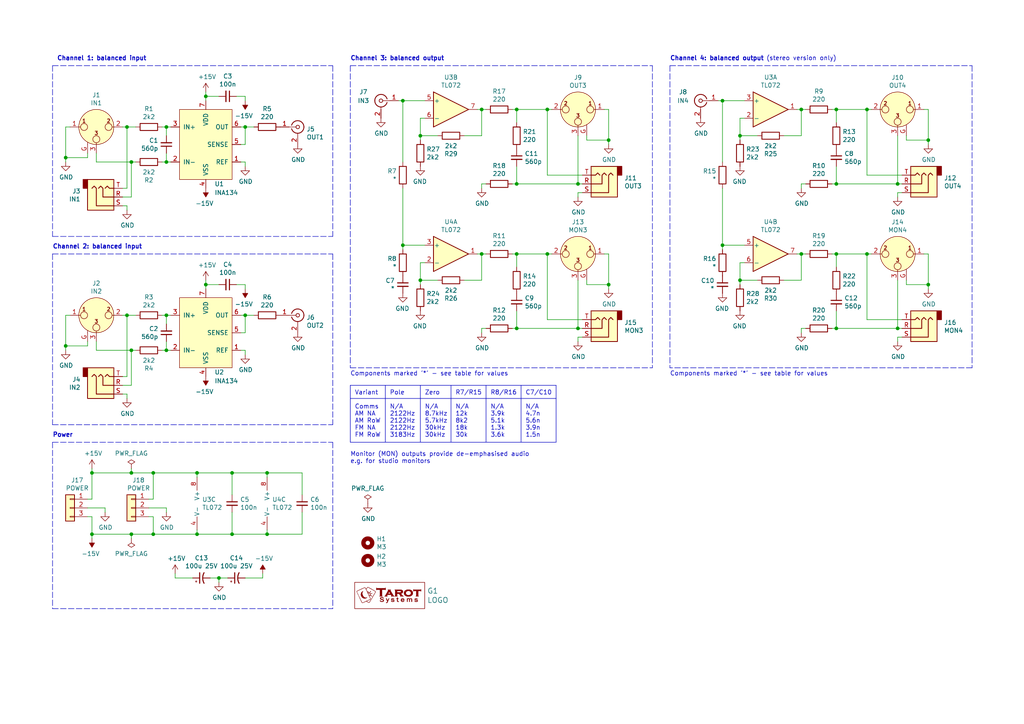
<source format=kicad_sch>
(kicad_sch (version 20211123) (generator eeschema)
  (paper "A4")
  (title_block (title "D4 Damager Balanced IO Card") (date "2021-01-08") (rev "1") (company "Copyright © 2021 Tarot Systems"))
  (lib_symbols
    (symbol "Amplifier_Operational:TL072" (pin_names (offset 0.127))
      (property "Reference" "U" (at 0 5.08 0))
      (property "Value" "TL072" (at 0 -5.08 0))
      (symbol "TL072_1_1"
        (pin output line (at 7.62 0 180) (length 2.54) (name "~") (number "1"))
        (pin input line (at -7.62 -2.54 0) (length 2.54) (name "-") (number "2"))
        (pin input line (at -7.62 2.54 0) (length 2.54) (name "+") (number "3"))
      )
      (symbol "TL072_2_1"
        (pin input line (at -7.62 2.54 0) (length 2.54) (name "+") (number "5"))
        (pin input line (at -7.62 -2.54 0) (length 2.54) (name "-") (number "6"))
        (pin output line (at 7.62 0 180) (length 2.54) (name "~") (number "7"))
      )
      (symbol "TL072_3_1"
        (pin power_in line (at -2.54 -7.62 90) (length 3.81) (name "V-") (number "4"))
        (pin power_in line (at -2.54 7.62 270) (length 3.81) (name "V+") (number "8"))
      )
    )
    (symbol "Connector:AudioJack3"
      (property "Reference" "J" (at 0 8.89 0))
      (property "Value" "AudioJack3" (at 0 6.35 0))
      (symbol "AudioJack3_1_1"
        (pin passive line (at 5.08 0 180) (length 2.54) (name "~") (number "R"))
        (pin passive line (at 5.08 2.54 180) (length 2.54) (name "~") (number "S"))
        (pin passive line (at 5.08 -2.54 180) (length 2.54) (name "~") (number "T"))
      )
    )
    (symbol "Connector:Conn_Coaxial" (pin_names (offset 1.016) hide)
      (property "Reference" "J" (at 0.254 3.048 0))
      (property "Value" "Conn_Coaxial" (at 2.921 0 90))
      (symbol "Conn_Coaxial_1_1"
        (pin passive line (at -5.08 0 0) (length 2.54) (name "In") (number "1"))
        (pin passive line (at 0 -5.08 90) (length 2.54) (name "Ext") (number "2"))
      )
    )
    (symbol "Connector:XLR3_Ground" (pin_names hide)
      (property "Reference" "J" (at 0 8.89 0))
      (property "Value" "XLR3_Ground" (at 0 6.35 0))
      (symbol "XLR3_Ground_0_1"
        (text "1" (at -3.556 1.778 0) (effects (font (size 1.016 1.016) bold)))
        (text "2" (at 3.556 1.778 0) (effects (font (size 1.016 1.016) bold)))
        (text "3" (at 0 -1.778 0) (effects (font (size 1.016 1.016) bold)))
        (pin passive line (at -7.62 0 0) (length 2.54) (name "~") (number "1"))
        (pin passive line (at 7.62 0 180) (length 2.54) (name "~") (number "2"))
        (pin passive line (at 0 -7.62 90) (length 2.54) (name "~") (number "3"))
      )
      (symbol "XLR3_Ground_1_1"
        (pin passive line (at -2.54 -7.62 90) (length 2.54) (name "~") (number "G"))
      )
    )
    (symbol "Connector_Generic:Conn_01x03" (pin_names (offset 1.016) hide)
      (property "Reference" "J" (at 0 5.08 0))
      (property "Value" "Conn_01x03" (at 0 -5.08 0))
      (symbol "Conn_01x03_1_1"
        (pin passive line (at -5.08 2.54 0) (length 3.81) (name "Pin_1") (number "1"))
        (pin passive line (at -5.08 0 0) (length 3.81) (name "Pin_2") (number "2"))
        (pin passive line (at -5.08 -2.54 0) (length 3.81) (name "Pin_3") (number "3"))
      )
    )
    (symbol "Device:C_Small" (pin_numbers hide) (pin_names (offset 0.254) hide)
      (property "Reference" "C" (at 0.254 1.778 0))
      (property "Value" "C_Small" (at 0.254 -2.032 0))
      (symbol "C_Small_1_1"
        (pin passive line (at 0 2.54 270) (length 2.032) (name "~") (number "1"))
        (pin passive line (at 0 -2.54 90) (length 2.032) (name "~") (number "2"))
      )
    )
    (symbol "Device:R" (pin_numbers hide) (pin_names (offset 0))
      (property "Reference" "R" (at 2.032 0 90))
      (property "Value" "R" (at 0 0 90))
      (symbol "R_1_1"
        (pin passive line (at 0 3.81 270) (length 1.27) (name "~") (number "1"))
        (pin passive line (at 0 -3.81 90) (length 1.27) (name "~") (number "2"))
      )
    )
    (symbol "Mechanical:MountingHole" (pin_names (offset 1.016))
      (property "Reference" "H" (at 0 5.08 0))
      (property "Value" "MountingHole" (at 0 3.175 0))
    )
    (symbol "balio-rescue:CP1_Small-Device" (pin_numbers hide) (pin_names (offset 0.254) hide)
      (property "Reference" "C" (at 0.254 1.778 0))
      (property "Value" "CP1_Small-Device" (at 0.254 -2.032 0))
      (symbol "CP1_Small-Device_1_1"
        (pin passive line (at 0 2.54 270) (length 2.032) (name "~") (number "1"))
        (pin passive line (at 0 -2.54 90) (length 2.032) (name "~") (number "2"))
      )
    )
    (symbol "balio:INA134" (pin_names (offset 1.016))
      (property "Reference" "U" (at -7.62 11.43 0))
      (property "Value" "INA134" (at 7.62 -11.43 0))
      (symbol "INA134_1_1"
        (pin input line (at 10.16 -5.08 180) (length 2.54) (name "REF") (number "1"))
        (pin input line (at -10.16 -5.08 0) (length 2.54) (name "IN-") (number "2"))
        (pin input line (at -10.16 5.08 0) (length 2.54) (name "IN+") (number "3"))
        (pin power_in line (at 0 -12.7 90) (length 2.54) (name "VSS") (number "4"))
        (pin input line (at 10.16 0 180) (length 2.54) (name "SENSE") (number "5"))
        (pin output line (at 10.16 5.08 180) (length 2.54) (name "OUT") (number "6"))
        (pin power_in line (at 0 12.7 270) (length 2.54) (name "VDD") (number "7"))
      )
    )
    (symbol "power:+15V" (power) (pin_names (offset 0))
      (property "Value" "+15V" (at 0 3.556 0))
      (symbol "+15V_1_1"
        (pin power_in line (at 0 0 90) (length 0) hide (name "+15V") (number "1"))
      )
    )
    (symbol "power:-15V" (power) (pin_names (offset 0))
      (property "Value" "-15V" (at 0 3.81 0))
      (symbol "-15V_0_0"
        (pin power_in line (at 0 0 90) (length 0) hide (name "-15V") (number "1"))
      )
    )
    (symbol "power:GND" (power) (pin_names (offset 0))
      (property "Value" "GND" (at 0 -3.81 0))
      (symbol "GND_1_1"
        (pin power_in line (at 0 0 270) (length 0) hide (name "GND") (number "1"))
      )
    )
    (symbol "power:PWR_FLAG" (power) (pin_numbers hide) (pin_names (offset 0) hide)
      (property "Value" "PWR_FLAG" (at 0 3.81 0))
      (symbol "PWR_FLAG_0_0"
        (pin power_out line (at 0 0 90) (length 0) (name "pwr") (number "1"))
      )
    )
    (symbol "tarot:LOGO" (pin_names (offset 1.016))
      (property "Reference" "G" (at -10.16 -5.08 0))
      (property "Value" "LOGO" (at -10.16 -7.62 0))
    )
  )
  (junction (at 269.24 40.64))
  (junction (at 67.31 154.94))
  (junction (at 71.12 36.83))
  (junction (at 59.69 82.55))
  (junction (at 176.53 82.55))
  (junction (at 251.46 31.75))
  (junction (at 44.45 137.16))
  (junction (at 48.26 101.6))
  (junction (at 176.53 40.64))
  (junction (at 260.35 53.34))
  (junction (at 116.84 71.12))
  (junction (at 139.7 31.75))
  (junction (at 63.5 167.64))
  (junction (at 158.75 73.66))
  (junction (at 209.55 29.21))
  (junction (at 71.12 91.44))
  (junction (at 77.47 137.16))
  (junction (at 149.86 53.34))
  (junction (at 44.45 154.94))
  (junction (at 214.63 39.37))
  (junction (at 59.69 27.94))
  (junction (at 38.1 154.94))
  (junction (at 232.41 73.66))
  (junction (at 121.92 81.28))
  (junction (at 139.7 73.66))
  (junction (at 242.57 31.75))
  (junction (at 232.41 31.75))
  (junction (at 48.26 91.44))
  (junction (at 209.55 71.12))
  (junction (at 149.86 95.25))
  (junction (at 26.67 154.94))
  (junction (at 167.64 95.25))
  (junction (at 121.92 39.37))
  (junction (at 19.05 100.33))
  (junction (at 269.24 82.55))
  (junction (at 36.83 36.83))
  (junction (at 36.83 91.44))
  (junction (at 77.47 154.94))
  (junction (at 57.15 154.94))
  (junction (at 167.64 53.34))
  (junction (at 48.26 46.99))
  (junction (at 260.35 95.25))
  (junction (at 38.1 46.99))
  (junction (at 242.57 53.34))
  (junction (at 57.15 137.16))
  (junction (at 214.63 81.28))
  (junction (at 48.26 36.83))
  (junction (at 26.67 137.16))
  (junction (at 251.46 73.66))
  (junction (at 38.1 137.16))
  (junction (at 242.57 73.66))
  (junction (at 149.86 31.75))
  (junction (at 149.86 73.66))
  (junction (at 38.1 101.6))
  (junction (at 116.84 29.21))
  (junction (at 67.31 137.16))
  (junction (at 158.75 31.75))
  (junction (at 19.05 45.72))
  (junction (at 242.57 95.25))
  (wire (pts (xy 214.63 81.28) (xy 219.71 81.28)))
  (wire (pts (xy 168.91 97.79) (xy 167.64 97.79)))
  (wire (pts (xy 57.15 153.67) (xy 57.15 154.94)))
  (wire (pts (xy 25.4 100.33) (xy 19.05 100.33)))
  (wire (pts (xy 269.24 82.55) (xy 269.24 83.82)))
  (wire (pts (xy 57.15 137.16) (xy 67.31 137.16)))
  (wire (pts (xy 50.8 167.64) (xy 55.88 167.64)))
  (wire (pts (xy 27.94 46.99) (xy 38.1 46.99)))
  (wire (pts (xy 44.45 154.94) (xy 38.1 154.94)))
  (polyline (pts (xy 101.6 19.05) (xy 101.6 106.68)))
  (wire (pts (xy 241.3 53.34) (xy 242.57 53.34)))
  (wire (pts (xy 232.41 73.66) (xy 231.14 73.66)))
  (wire (pts (xy 232.41 39.37) (xy 232.41 31.75)))
  (wire (pts (xy 214.63 34.29) (xy 214.63 39.37)))
  (wire (pts (xy 116.84 71.12) (xy 116.84 72.39)))
  (wire (pts (xy 123.19 34.29) (xy 121.92 34.29)))
  (wire (pts (xy 242.57 53.34) (xy 260.35 53.34)))
  (wire (pts (xy 134.62 39.37) (xy 139.7 39.37)))
  (wire (pts (xy 26.67 135.89) (xy 26.67 137.16)))
  (wire (pts (xy 233.68 95.25) (xy 232.41 95.25)))
  (wire (pts (xy 30.48 147.32) (xy 25.4 147.32)))
  (wire (pts (xy 69.85 46.99) (xy 71.12 46.99)))
  (wire (pts (xy 251.46 31.75) (xy 252.73 31.75)))
  (wire (pts (xy 38.1 57.15) (xy 35.56 57.15)))
  (wire (pts (xy 167.64 81.28) (xy 167.64 95.25)))
  (wire (pts (xy 139.7 95.25) (xy 139.7 96.52)))
  (wire (pts (xy 69.85 101.6) (xy 71.12 101.6)))
  (wire (pts (xy 63.5 167.64) (xy 66.04 167.64)))
  (wire (pts (xy 44.45 149.86) (xy 44.45 154.94)))
  (wire (pts (xy 43.18 144.78) (xy 44.45 144.78)))
  (polyline (pts (xy 281.94 106.68) (xy 194.31 106.68)))
  (wire (pts (xy 139.7 73.66) (xy 138.43 73.66)))
  (wire (pts (xy 158.75 31.75) (xy 158.75 50.8)))
  (wire (pts (xy 46.99 101.6) (xy 48.26 101.6)))
  (wire (pts (xy 59.69 27.94) (xy 59.69 29.21)))
  (wire (pts (xy 167.64 53.34) (xy 168.91 53.34)))
  (wire (pts (xy 214.63 81.28) (xy 214.63 82.55)))
  (wire (pts (xy 232.41 31.75) (xy 231.14 31.75)))
  (wire (pts (xy 48.26 44.45) (xy 48.26 46.99)))
  (wire (pts (xy 233.68 53.34) (xy 232.41 53.34)))
  (polyline (pts (xy 96.52 19.05) (xy 96.52 68.58)))
  (wire (pts (xy 121.92 76.2) (xy 121.92 81.28)))
  (wire (pts (xy 36.83 91.44) (xy 36.83 109.22)))
  (wire (pts (xy 69.85 96.52) (xy 71.12 96.52)))
  (wire (pts (xy 140.97 73.66) (xy 139.7 73.66)))
  (wire (pts (xy 35.56 111.76) (xy 38.1 111.76)))
  (wire (pts (xy 232.41 95.25) (xy 232.41 96.52)))
  (wire (pts (xy 149.86 48.26) (xy 149.86 53.34)))
  (wire (pts (xy 139.7 81.28) (xy 134.62 81.28)))
  (wire (pts (xy 167.64 39.37) (xy 167.64 53.34)))
  (wire (pts (xy 170.18 82.55) (xy 176.53 82.55)))
  (wire (pts (xy 262.89 81.28) (xy 262.89 82.55)))
  (polyline (pts (xy 151.13 111.76) (xy 151.13 128.27)) (stroke (width 0) (type solid)))
  (wire (pts (xy 232.41 81.28) (xy 232.41 73.66)))
  (wire (pts (xy 59.69 81.28) (xy 59.69 82.55)))
  (wire (pts (xy 27.94 101.6) (xy 38.1 101.6)))
  (polyline (pts (xy 151.13 128.27) (xy 152.4 128.27)))
  (polyline (pts (xy 96.52 73.66) (xy 96.52 123.19)))
  (wire (pts (xy 269.24 40.64) (xy 269.24 41.91)))
  (wire (pts (xy 57.15 138.43) (xy 57.15 137.16)))
  (wire (pts (xy 35.56 36.83) (xy 36.83 36.83)))
  (wire (pts (xy 67.31 148.59) (xy 67.31 154.94)))
  (wire (pts (xy 227.33 81.28) (xy 232.41 81.28)))
  (wire (pts (xy 26.67 137.16) (xy 26.67 144.78)))
  (wire (pts (xy 36.83 114.3) (xy 36.83 115.57)))
  (wire (pts (xy 26.67 154.94) (xy 26.67 156.21)))
  (wire (pts (xy 71.12 83.82) (xy 71.12 82.55)))
  (wire (pts (xy 19.05 45.72) (xy 25.4 45.72)))
  (wire (pts (xy 27.94 101.6) (xy 27.94 99.06)))
  (wire (pts (xy 269.24 73.66) (xy 269.24 82.55)))
  (wire (pts (xy 71.12 27.94) (xy 68.58 27.94)))
  (wire (pts (xy 48.26 46.99) (xy 49.53 46.99)))
  (wire (pts (xy 38.1 46.99) (xy 39.37 46.99)))
  (wire (pts (xy 38.1 154.94) (xy 26.67 154.94)))
  (wire (pts (xy 139.7 31.75) (xy 138.43 31.75)))
  (wire (pts (xy 260.35 53.34) (xy 261.62 53.34)))
  (wire (pts (xy 269.24 31.75) (xy 269.24 40.64)))
  (wire (pts (xy 77.47 154.94) (xy 87.63 154.94)))
  (wire (pts (xy 71.12 46.99) (xy 71.12 48.26)))
  (polyline (pts (xy 15.24 176.53) (xy 96.52 176.53)))
  (wire (pts (xy 170.18 40.64) (xy 176.53 40.64)))
  (wire (pts (xy 67.31 154.94) (xy 77.47 154.94)))
  (wire (pts (xy 261.62 55.88) (xy 260.35 55.88)))
  (wire (pts (xy 36.83 59.69) (xy 36.83 60.96)))
  (wire (pts (xy 242.57 48.26) (xy 242.57 53.34)))
  (wire (pts (xy 149.86 90.17) (xy 149.86 95.25)))
  (wire (pts (xy 71.12 29.21) (xy 71.12 27.94)))
  (wire (pts (xy 168.91 92.71) (xy 158.75 92.71)))
  (wire (pts (xy 140.97 53.34) (xy 139.7 53.34)))
  (wire (pts (xy 260.35 39.37) (xy 260.35 53.34)))
  (polyline (pts (xy 101.6 19.05) (xy 189.23 19.05)))
  (wire (pts (xy 121.92 39.37) (xy 121.92 40.64)))
  (wire (pts (xy 139.7 39.37) (xy 139.7 31.75)))
  (wire (pts (xy 241.3 31.75) (xy 242.57 31.75)))
  (wire (pts (xy 35.56 114.3) (xy 36.83 114.3)))
  (wire (pts (xy 233.68 73.66) (xy 232.41 73.66)))
  (wire (pts (xy 149.86 73.66) (xy 158.75 73.66)))
  (wire (pts (xy 176.53 40.64) (xy 176.53 41.91)))
  (polyline (pts (xy 15.24 19.05) (xy 15.24 68.58)))
  (wire (pts (xy 242.57 35.56) (xy 242.57 31.75)))
  (wire (pts (xy 158.75 73.66) (xy 158.75 92.71)))
  (wire (pts (xy 25.4 45.72) (xy 25.4 44.45)))
  (wire (pts (xy 123.19 76.2) (xy 121.92 76.2)))
  (wire (pts (xy 87.63 137.16) (xy 87.63 143.51)))
  (wire (pts (xy 123.19 71.12) (xy 116.84 71.12)))
  (wire (pts (xy 262.89 39.37) (xy 262.89 40.64)))
  (polyline (pts (xy 194.31 19.05) (xy 281.94 19.05)))
  (wire (pts (xy 148.59 73.66) (xy 149.86 73.66)))
  (polyline (pts (xy 101.6 128.27) (xy 101.6 111.76)) (stroke (width 0) (type solid)))
  (wire (pts (xy 176.53 73.66) (xy 175.26 73.66)))
  (wire (pts (xy 242.57 95.25) (xy 241.3 95.25)))
  (wire (pts (xy 167.64 97.79) (xy 167.64 99.06)))
  (wire (pts (xy 38.1 156.21) (xy 38.1 154.94)))
  (wire (pts (xy 116.84 29.21) (xy 116.84 46.99)))
  (wire (pts (xy 215.9 76.2) (xy 214.63 76.2)))
  (wire (pts (xy 77.47 153.67) (xy 77.47 154.94)))
  (wire (pts (xy 77.47 138.43) (xy 77.47 137.16)))
  (wire (pts (xy 167.64 55.88) (xy 167.64 57.15)))
  (polyline (pts (xy 15.24 68.58) (xy 96.52 68.58)))
  (wire (pts (xy 168.91 55.88) (xy 167.64 55.88)))
  (wire (pts (xy 38.1 135.89) (xy 38.1 137.16)))
  (wire (pts (xy 25.4 144.78) (xy 26.67 144.78)))
  (wire (pts (xy 241.3 73.66) (xy 242.57 73.66)))
  (wire (pts (xy 48.26 147.32) (xy 43.18 147.32)))
  (wire (pts (xy 63.5 168.91) (xy 63.5 167.64)))
  (wire (pts (xy 260.35 95.25) (xy 261.62 95.25)))
  (polyline (pts (xy 140.97 111.76) (xy 140.97 128.27)) (stroke (width 0) (type solid)))
  (polyline (pts (xy 189.23 19.05) (xy 189.23 106.68)))
  (polyline (pts (xy 101.6 106.68) (xy 189.23 106.68)))
  (wire (pts (xy 127 81.28) (xy 121.92 81.28)))
  (wire (pts (xy 44.45 154.94) (xy 57.15 154.94)))
  (wire (pts (xy 168.91 50.8) (xy 158.75 50.8)))
  (wire (pts (xy 38.1 101.6) (xy 38.1 111.76)))
  (wire (pts (xy 209.55 29.21) (xy 215.9 29.21)))
  (wire (pts (xy 139.7 53.34) (xy 139.7 54.61)))
  (wire (pts (xy 71.12 82.55) (xy 68.58 82.55)))
  (wire (pts (xy 71.12 167.64) (xy 76.2 167.64)))
  (polyline (pts (xy 161.29 111.76) (xy 161.29 128.27)) (stroke (width 0) (type solid)))
  (wire (pts (xy 36.83 36.83) (xy 36.83 54.61)))
  (wire (pts (xy 48.26 36.83) (xy 49.53 36.83)))
  (wire (pts (xy 262.89 40.64) (xy 269.24 40.64)))
  (wire (pts (xy 242.57 73.66) (xy 242.57 77.47)))
  (wire (pts (xy 167.64 95.25) (xy 168.91 95.25)))
  (wire (pts (xy 25.4 149.86) (xy 26.67 149.86)))
  (wire (pts (xy 71.12 101.6) (xy 71.12 102.87)))
  (wire (pts (xy 27.94 46.99) (xy 27.94 44.45)))
  (wire (pts (xy 121.92 34.29) (xy 121.92 39.37)))
  (wire (pts (xy 87.63 154.94) (xy 87.63 148.59)))
  (wire (pts (xy 208.28 29.21) (xy 209.55 29.21)))
  (wire (pts (xy 242.57 95.25) (xy 260.35 95.25)))
  (wire (pts (xy 48.26 99.06) (xy 48.26 101.6)))
  (wire (pts (xy 19.05 46.99) (xy 19.05 45.72)))
  (wire (pts (xy 149.86 53.34) (xy 148.59 53.34)))
  (wire (pts (xy 57.15 137.16) (xy 44.45 137.16)))
  (wire (pts (xy 215.9 71.12) (xy 209.55 71.12)))
  (polyline (pts (xy 96.52 128.27) (xy 96.52 176.53)))
  (polyline (pts (xy 161.29 128.27) (xy 101.6 128.27)) (stroke (width 0) (type solid)))
  (wire (pts (xy 149.86 73.66) (xy 149.86 77.47)))
  (wire (pts (xy 57.15 154.94) (xy 67.31 154.94)))
  (polyline (pts (xy 161.29 115.57) (xy 101.6 115.57)) (stroke (width 0) (type solid)))
  (wire (pts (xy 115.57 29.21) (xy 116.84 29.21)))
  (wire (pts (xy 158.75 31.75) (xy 160.02 31.75)))
  (wire (pts (xy 46.99 46.99) (xy 48.26 46.99)))
  (wire (pts (xy 140.97 31.75) (xy 139.7 31.75)))
  (wire (pts (xy 176.53 82.55) (xy 176.53 83.82)))
  (wire (pts (xy 67.31 137.16) (xy 77.47 137.16)))
  (wire (pts (xy 261.62 92.71) (xy 251.46 92.71)))
  (wire (pts (xy 214.63 39.37) (xy 214.63 40.64)))
  (wire (pts (xy 36.83 54.61) (xy 35.56 54.61)))
  (wire (pts (xy 214.63 76.2) (xy 214.63 81.28)))
  (wire (pts (xy 214.63 39.37) (xy 219.71 39.37)))
  (wire (pts (xy 242.57 31.75) (xy 251.46 31.75)))
  (wire (pts (xy 139.7 73.66) (xy 139.7 81.28)))
  (wire (pts (xy 46.99 91.44) (xy 48.26 91.44)))
  (wire (pts (xy 227.33 39.37) (xy 232.41 39.37)))
  (wire (pts (xy 71.12 91.44) (xy 69.85 91.44)))
  (wire (pts (xy 260.35 81.28) (xy 260.35 95.25)))
  (wire (pts (xy 48.26 93.98) (xy 48.26 91.44)))
  (wire (pts (xy 260.35 55.88) (xy 260.35 57.15)))
  (wire (pts (xy 38.1 101.6) (xy 39.37 101.6)))
  (wire (pts (xy 170.18 39.37) (xy 170.18 40.64)))
  (wire (pts (xy 59.69 27.94) (xy 63.5 27.94)))
  (wire (pts (xy 71.12 41.91) (xy 71.12 36.83)))
  (wire (pts (xy 35.56 59.69) (xy 36.83 59.69)))
  (wire (pts (xy 35.56 91.44) (xy 36.83 91.44)))
  (wire (pts (xy 76.2 167.64) (xy 76.2 166.37)))
  (wire (pts (xy 251.46 73.66) (xy 242.57 73.66)))
  (wire (pts (xy 148.59 31.75) (xy 149.86 31.75)))
  (wire (pts (xy 19.05 91.44) (xy 20.32 91.44)))
  (wire (pts (xy 48.26 101.6) (xy 49.53 101.6)))
  (wire (pts (xy 251.46 73.66) (xy 251.46 92.71)))
  (wire (pts (xy 50.8 166.37) (xy 50.8 167.64)))
  (wire (pts (xy 77.47 137.16) (xy 87.63 137.16)))
  (polyline (pts (xy 15.24 128.27) (xy 15.24 176.53)))
  (wire (pts (xy 36.83 91.44) (xy 39.37 91.44)))
  (wire (pts (xy 69.85 41.91) (xy 71.12 41.91)))
  (polyline (pts (xy 194.31 19.05) (xy 194.31 106.68)))
  (wire (pts (xy 260.35 97.79) (xy 260.35 99.06)))
  (polyline (pts (xy 281.94 19.05) (xy 281.94 106.68)))
  (wire (pts (xy 48.26 148.59) (xy 48.26 147.32)))
  (wire (pts (xy 149.86 95.25) (xy 148.59 95.25)))
  (wire (pts (xy 25.4 100.33) (xy 25.4 99.06)))
  (wire (pts (xy 209.55 71.12) (xy 209.55 72.39)))
  (wire (pts (xy 43.18 149.86) (xy 44.45 149.86)))
  (wire (pts (xy 233.68 31.75) (xy 232.41 31.75)))
  (wire (pts (xy 73.66 36.83) (xy 71.12 36.83)))
  (wire (pts (xy 121.92 81.28) (xy 121.92 82.55)))
  (polyline (pts (xy 15.24 123.19) (xy 96.52 123.19)))
  (wire (pts (xy 73.66 91.44) (xy 71.12 91.44)))
  (wire (pts (xy 26.67 149.86) (xy 26.67 154.94)))
  (wire (pts (xy 251.46 73.66) (xy 252.73 73.66)))
  (wire (pts (xy 71.12 96.52) (xy 71.12 91.44)))
  (wire (pts (xy 149.86 31.75) (xy 158.75 31.75)))
  (wire (pts (xy 149.86 31.75) (xy 149.86 35.56)))
  (wire (pts (xy 60.96 167.64) (xy 63.5 167.64)))
  (wire (pts (xy 36.83 36.83) (xy 39.37 36.83)))
  (polyline (pts (xy 130.81 111.76) (xy 130.81 128.27)) (stroke (width 0) (type solid)))
  (wire (pts (xy 48.26 39.37) (xy 48.26 36.83)))
  (wire (pts (xy 71.12 36.83) (xy 69.85 36.83)))
  (wire (pts (xy 35.56 109.22) (xy 36.83 109.22)))
  (wire (pts (xy 215.9 34.29) (xy 214.63 34.29)))
  (wire (pts (xy 19.05 36.83) (xy 20.32 36.83)))
  (wire (pts (xy 59.69 26.67) (xy 59.69 27.94)))
  (polyline (pts (xy 101.6 111.76) (xy 161.29 111.76)) (stroke (width 0) (type solid)))
  (wire (pts (xy 19.05 36.83) (xy 19.05 45.72)))
  (wire (pts (xy 59.69 82.55) (xy 63.5 82.55)))
  (wire (pts (xy 269.24 73.66) (xy 267.97 73.66)))
  (wire (pts (xy 67.31 143.51) (xy 67.31 137.16)))
  (polyline (pts (xy 121.92 111.76) (xy 121.92 128.27)) (stroke (width 0) (type solid)))
  (wire (pts (xy 209.55 29.21) (xy 209.55 46.99)))
  (wire (pts (xy 261.62 50.8) (xy 251.46 50.8)))
  (wire (pts (xy 140.97 95.25) (xy 139.7 95.25)))
  (wire (pts (xy 44.45 137.16) (xy 38.1 137.16)))
  (wire (pts (xy 176.53 31.75) (xy 176.53 40.64)))
  (wire (pts (xy 121.92 39.37) (xy 127 39.37)))
  (wire (pts (xy 59.69 82.55) (xy 59.69 83.82)))
  (wire (pts (xy 176.53 31.75) (xy 175.26 31.75)))
  (polyline (pts (xy 15.24 19.05) (xy 96.52 19.05)))
  (polyline (pts (xy 15.24 73.66) (xy 15.24 123.19)))
  (polyline (pts (xy 15.24 73.66) (xy 96.52 73.66)))
  (wire (pts (xy 262.89 82.55) (xy 269.24 82.55)))
  (polyline (pts (xy 111.76 111.76) (xy 111.76 128.27)) (stroke (width 0) (type solid)))
  (wire (pts (xy 242.57 90.17) (xy 242.57 95.25)))
  (wire (pts (xy 170.18 81.28) (xy 170.18 82.55)))
  (wire (pts (xy 116.84 29.21) (xy 123.19 29.21)))
  (wire (pts (xy 44.45 137.16) (xy 44.45 144.78)))
  (wire (pts (xy 46.99 36.83) (xy 48.26 36.83)))
  (wire (pts (xy 19.05 91.44) (xy 19.05 100.33)))
  (wire (pts (xy 116.84 54.61) (xy 116.84 71.12)))
  (wire (pts (xy 158.75 73.66) (xy 160.02 73.66)))
  (wire (pts (xy 176.53 73.66) (xy 176.53 82.55)))
  (wire (pts (xy 38.1 137.16) (xy 26.67 137.16)))
  (wire (pts (xy 167.64 95.25) (xy 149.86 95.25)))
  (wire (pts (xy 167.64 53.34) (xy 149.86 53.34)))
  (wire (pts (xy 30.48 148.59) (xy 30.48 147.32)))
  (wire (pts (xy 19.05 100.33) (xy 19.05 101.6)))
  (polyline (pts (xy 15.24 128.27) (xy 96.52 128.27)))
  (wire (pts (xy 232.41 53.34) (xy 232.41 54.61)))
  (wire (pts (xy 209.55 54.61) (xy 209.55 71.12)))
  (wire (pts (xy 251.46 31.75) (xy 251.46 50.8)))
  (wire (pts (xy 269.24 31.75) (xy 267.97 31.75)))
  (wire (pts (xy 38.1 46.99) (xy 38.1 57.15)))
  (wire (pts (xy 261.62 97.79) (xy 260.35 97.79)))
  (wire (pts (xy 48.26 91.44) (xy 49.53 91.44)))
  (text "Power" (at 15.24 127 0) (effects (font (size 1.27 1.27) (thickness 0.254) bold) (justify left bottom)))
  (text "Pole\n\nN/A\n2122Hz\n2122Hz\n2122Hz\n3183Hz" (at 113.03 127 0) (effects (font (size 1.27 1.27)) (justify left bottom)))
  (text "Channel 1: balanced input" (at 16.51 17.78 0) (effects (font (size 1.27 1.27) (thickness 0.254) bold) (justify left bottom)))
  (text "Variant\n\nComms\nAM NA\nAM RoW\nFM NA\nFM RoW" (at 102.87 127 0) (effects (font (size 1.27 1.27)) (justify left bottom)))
  (text "C7/C10\n\nN/A\n4.7n\n5.6n\n3.9n\n1.5n" (at 152.4 127 0) (effects (font (size 1.27 1.27)) (justify left bottom)))
  (text "Components marked '*' - see table for values" (at 101.6 109.22 0) (effects (font (size 1.27 1.27)) (justify left bottom)))
  (text "R7/R15\n\nN/A\n12k\n8k2\n18k\n30k" (at 132.08 127 0) (effects (font (size 1.27 1.27)) (justify left bottom)))
  (text "Components marked '*' - see table for values" (at 194.31 109.22 0) (effects (font (size 1.27 1.27)) (justify left bottom)))
  (text "Channel 4: balanced output" (at 194.31 17.78 0) (effects (font (size 1.27 1.27) (thickness 0.254) bold) (justify left bottom)))
  (text "Zero\n\nN/A\n8.7kHz\n5.7kHz\n30kHz\n30kHz" (at 123.19 127 0) (effects (font (size 1.27 1.27)) (justify left bottom)))
  (text "(stereo version only)" (at 222.25 17.78 0) (effects (font (size 1.27 1.27)) (justify left bottom)))
  (text "Channel 2: balanced input" (at 15.24 72.39 0) (effects (font (size 1.27 1.27) (thickness 0.254) bold) (justify left bottom)))
  (text "R8/R16\n\nN/A\n3.9k\n5.1k\n1.3k\n3.6k" (at 142.24 127 0) (effects (font (size 1.27 1.27)) (justify left bottom)))
  (text "Monitor (MON) outputs provide de-emphasised audio\ne.g. for studio monitors" (at 101.6 134.62 0) (effects (font (size 1.27 1.27)) (justify left bottom)))
  (text "Channel 3: balanced output" (at 101.6 17.78 0) (effects (font (size 1.27 1.27) (thickness 0.254) bold) (justify left bottom)))
  (symbol (lib_id "tarot:LOGO") (at 113.03 172.72 0) (unit 1)
    (property "Reference" "G1" (at 123.9012 171.3738 0) (effects (font (size 1.524 1.524)) (justify left)))
    (property "Value" "LOGO" (at 123.9012 174.0662 0) (effects (font (size 1.524 1.524)) (justify left)))
    (property "Footprint" "tarot:tarot_logo_fsilk_60mm" (effects hide))
  )
  (symbol (lib_id "balio-rescue:CP1_Small-Device") (at 58.42 167.64 90) (unit 1)
    (property "Reference" "C13" (at 58.42 161.8488 90))
    (property "Value" "100u 25V" (at 58.42 164.1602 90))
    (property "Footprint" "Capacitors_THT:CP_Radial_D6.3mm_P2.50mm" (effects hide))
  )
  (symbol (lib_id "balio-rescue:CP1_Small-Device") (at 68.58 167.64 90) (unit 1)
    (property "Reference" "C14" (at 68.58 161.8488 90))
    (property "Value" "100u 25V" (at 68.58 164.1602 90))
    (property "Footprint" "Capacitors_THT:CP_Radial_D6.3mm_P2.50mm" (effects hide))
  )
  (symbol (lib_id "power:+15V") (at 50.8 166.37 0) (unit 1)
    (property "Reference" "#PWR037" (effects hide))
    (property "Value" "+15V" (at 51.181 161.9758 0))
  )
  (symbol (lib_id "power:-15V") (at 76.2 166.37 0) (unit 1)
    (property "Reference" "#PWR039" (effects hide))
    (property "Value" "-15V" (at 76.581 161.9758 0))
  )
  (symbol (lib_id "power:GND") (at 63.5 168.91 0) (unit 1)
    (property "Reference" "#PWR038" (effects hide))
    (property "Value" "GND" (at 63.627 173.3042 0))
  )
  (symbol (lib_id "Mechanical:MountingHole") (at 106.68 157.48 0) (unit 1)
    (property "Reference" "H1" (at 109.22 156.3116 0) (effects (justify left)))
    (property "Value" "M3" (at 109.22 158.623 0) (effects (justify left)))
    (property "Footprint" "Mounting_Holes:MountingHole_3.2mm_M3" (effects hide))
  )
  (symbol (lib_id "Mechanical:MountingHole") (at 106.68 162.56 0) (unit 1)
    (property "Reference" "H2" (at 109.22 161.3916 0) (effects (justify left)))
    (property "Value" "M3" (at 109.22 163.703 0) (effects (justify left)))
    (property "Footprint" "Mounting_Holes:MountingHole_3.2mm_M3" (effects hide))
  )
  (symbol (lib_id "Amplifier_Operational:TL072") (at 223.52 31.75 0) (unit 1)
    (property "Reference" "U3" (at 223.52 22.4282 0))
    (property "Value" "TL072" (at 223.52 24.7396 0))
    (property "Footprint" "Housings_DIP:DIP-8_W7.62mm_LongPads" (effects hide))
    (property "Datasheet" "http://www.ti.com/lit/ds/symlink/tl071.pdf" (effects hide))
  )
  (symbol (lib_id "balio:INA134") (at 59.69 41.91 0) (unit 1)
    (property "Reference" "U1" (at 62.23 53.34 0) (effects (justify left)))
    (property "Value" "INA134" (at 62.23 55.88 0) (effects (justify left)))
    (property "Footprint" "Housings_DIP:DIP-8_W7.62mm_LongPads" (effects hide))
  )
  (symbol (lib_id "power:GND") (at 71.12 48.26 0) (unit 1)
    (property "Reference" "#PWR010" (effects hide))
    (property "Value" "GND" (at 71.247 52.6542 0))
  )
  (symbol (lib_id "Device:C_Small") (at 48.26 41.91 0) (mirror x) (unit 1)
    (property "Reference" "C1" (at 45.9232 40.7416 0) (effects (justify right)))
    (property "Value" "560p" (at 45.9232 43.053 0) (effects (justify right)))
    (property "Footprint" "Capacitors_THT:C_Disc_D3.8mm_W2.6mm_P2.50mm" (effects hide))
  )
  (symbol (lib_id "Device:R") (at 43.18 36.83 270) (unit 1)
    (property "Reference" "R1" (at 43.18 31.5722 90))
    (property "Value" "2k2" (at 43.18 33.8836 90))
    (property "Footprint" "amproc:R_Axial_DIN0207_L6.3mm_D2.5mm_P7.62mm_Horizontal_FabText" (effects hide))
  )
  (symbol (lib_id "Device:R") (at 43.18 46.99 270) (mirror x) (unit 1)
    (property "Reference" "R2" (at 43.18 52.2478 90))
    (property "Value" "2k2" (at 43.18 49.9364 90))
    (property "Footprint" "amproc:R_Axial_DIN0207_L6.3mm_D2.5mm_P7.62mm_Horizontal_FabText" (effects hide))
  )
  (symbol (lib_id "power:GND") (at 19.05 46.99 0) (unit 1)
    (property "Reference" "#PWR01" (effects hide))
    (property "Value" "GND" (at 19.177 51.3842 0))
  )
  (symbol (lib_id "Device:C_Small") (at 66.04 27.94 270) (unit 1)
    (property "Reference" "C3" (at 66.04 22.1234 90))
    (property "Value" "100n" (at 66.04 24.4348 90))
    (property "Footprint" "Capacitors_THT:C_Disc_D4.7mm_W2.5mm_P5.00mm" (effects hide))
  )
  (symbol (lib_id "power:+15V") (at 59.69 26.67 0) (unit 1)
    (property "Reference" "#PWR05" (effects hide))
    (property "Value" "+15V" (at 60.071 22.2758 0))
  )
  (symbol (lib_id "power:-15V") (at 71.12 29.21 180) (unit 1)
    (property "Reference" "#PWR09" (effects hide))
    (property "Value" "-15V" (at 70.739 33.6042 0))
  )
  (symbol (lib_id "power:-15V") (at 59.69 54.61 180) (unit 1)
    (property "Reference" "#PWR06" (effects hide))
    (property "Value" "-15V" (at 59.309 59.0042 0))
  )
  (symbol (lib_id "Connector:Conn_Coaxial") (at 86.36 36.83 0) (unit 1)
    (property "Reference" "J5" (at 88.9 37.465 0) (effects (justify left)))
    (property "Value" "OUT1" (at 88.9 39.7764 0) (effects (justify left)))
    (property "Footprint" "amproc:NYS354" (effects hide))
    (property "Datasheet" " ~" (effects hide))
  )
  (symbol (lib_id "power:GND") (at 86.36 41.91 0) (unit 1)
    (property "Reference" "#PWR013" (effects hide))
    (property "Value" "GND" (at 86.487 46.3042 0))
  )
  (symbol (lib_id "Connector:Conn_Coaxial") (at 110.49 29.21 0) (mirror y) (unit 1)
    (property "Reference" "J7" (at 105.41 26.67 0))
    (property "Value" "IN3" (at 105.41 29.21 0))
    (property "Footprint" "amproc:NYS354" (effects hide))
    (property "Datasheet" " ~" (effects hide))
  )
  (symbol (lib_id "power:GND") (at 110.49 34.29 0) (unit 1)
    (property "Reference" "#PWR015" (effects hide))
    (property "Value" "GND" (at 110.617 38.6842 0))
  )
  (symbol (lib_id "Device:R") (at 77.47 36.83 270) (unit 1)
    (property "Reference" "R5" (at 77.47 31.5722 90))
    (property "Value" "220" (at 77.47 33.8836 90))
    (property "Footprint" "amproc:R_Axial_DIN0207_L6.3mm_D2.5mm_P7.62mm_Horizontal_FabText" (effects hide))
  )
  (symbol (lib_id "Device:R") (at 237.49 31.75 270) (unit 1)
    (property "Reference" "R9" (at 237.49 26.4922 90))
    (property "Value" "220" (at 237.49 28.8036 90))
    (property "Footprint" "amproc:R_Axial_DIN0207_L6.3mm_D2.5mm_P7.62mm_Horizontal_FabText" (effects hide))
  )
  (symbol (lib_id "Device:R") (at 242.57 39.37 180) (unit 1)
    (property "Reference" "R13" (at 244.348 38.2016 0) (effects (justify right)))
    (property "Value" "220" (at 244.348 40.513 0) (effects (justify right)))
    (property "Footprint" "amproc:R_Axial_DIN0207_L6.3mm_D2.5mm_P7.62mm_Horizontal_FabText" (effects hide))
  )
  (symbol (lib_id "Device:C_Small") (at 242.57 45.72 0) (unit 1)
    (property "Reference" "C8" (at 244.9068 44.5516 0) (effects (justify left)))
    (property "Value" "560p" (at 244.9068 46.863 0) (effects (justify left)))
    (property "Footprint" "Capacitors_THT:C_Disc_D3.8mm_W2.6mm_P2.50mm" (effects hide))
  )
  (symbol (lib_id "Device:R") (at 237.49 53.34 270) (unit 1)
    (property "Reference" "R10" (at 237.49 48.0822 90))
    (property "Value" "220" (at 237.49 50.3936 90))
    (property "Footprint" "amproc:R_Axial_DIN0207_L6.3mm_D2.5mm_P7.62mm_Horizontal_FabText" (effects hide))
  )
  (symbol (lib_id "power:GND") (at 232.41 54.61 0) (unit 1)
    (property "Reference" "#PWR017" (effects hide))
    (property "Value" "GND" (at 232.537 59.0042 0))
  )
  (symbol (lib_id "power:GND") (at 176.53 41.91 0) (unit 1)
    (property "Reference" "#PWR019" (effects hide))
    (property "Value" "GND" (at 176.657 46.3042 0))
  )
  (symbol (lib_id "Amplifier_Operational:TL072") (at 130.81 73.66 0) (unit 1)
    (property "Reference" "U4" (at 130.81 64.3382 0))
    (property "Value" "TL072" (at 130.81 66.6496 0))
    (property "Footprint" "Housings_DIP:DIP-8_W7.62mm_LongPads" (effects hide))
    (property "Datasheet" "http://www.ti.com/lit/ds/symlink/tl071.pdf" (effects hide))
  )
  (symbol (lib_id "Device:R") (at 144.78 73.66 270) (unit 1)
    (property "Reference" "R11" (at 144.78 68.4022 90))
    (property "Value" "220" (at 144.78 70.7136 90))
    (property "Footprint" "amproc:R_Axial_DIN0207_L6.3mm_D2.5mm_P7.62mm_Horizontal_FabText" (effects hide))
  )
  (symbol (lib_id "Device:R") (at 149.86 81.28 180) (unit 1)
    (property "Reference" "R14" (at 151.638 80.1116 0) (effects (justify right)))
    (property "Value" "220" (at 151.638 82.423 0) (effects (justify right)))
    (property "Footprint" "amproc:R_Axial_DIN0207_L6.3mm_D2.5mm_P7.62mm_Horizontal_FabText" (effects hide))
  )
  (symbol (lib_id "Device:C_Small") (at 149.86 87.63 0) (unit 1)
    (property "Reference" "C9" (at 152.1968 86.4616 0) (effects (justify left)))
    (property "Value" "560p" (at 152.1968 88.773 0) (effects (justify left)))
    (property "Footprint" "Capacitors_THT:C_Disc_D3.8mm_W2.6mm_P2.50mm" (effects hide))
  )
  (symbol (lib_id "Device:R") (at 144.78 95.25 270) (unit 1)
    (property "Reference" "R12" (at 144.78 89.9922 90))
    (property "Value" "220" (at 144.78 92.3036 90))
    (property "Footprint" "amproc:R_Axial_DIN0207_L6.3mm_D2.5mm_P7.62mm_Horizontal_FabText" (effects hide))
  )
  (symbol (lib_id "power:GND") (at 139.7 96.52 0) (unit 1)
    (property "Reference" "#PWR018" (effects hide))
    (property "Value" "GND" (at 139.827 100.9142 0))
  )
  (symbol (lib_id "Device:R") (at 116.84 50.8 0) (mirror y) (unit 1)
    (property "Reference" "R7" (at 115.062 49.6316 0) (effects (justify left)))
    (property "Value" "*" (at 115.062 51.943 0) (effects (justify left)))
    (property "Footprint" "amproc:R_Axial_DIN0207_L6.3mm_D2.5mm_P7.62mm_Horizontal_FabText" (effects hide))
  )
  (symbol (lib_id "Device:R") (at 116.84 76.2 0) (mirror y) (unit 1)
    (property "Reference" "R8" (at 115.062 75.0316 0) (effects (justify left)))
    (property "Value" "*" (at 115.062 77.343 0) (effects (justify left)))
    (property "Footprint" "amproc:R_Axial_DIN0207_L6.3mm_D2.5mm_P7.62mm_Horizontal_FabText" (effects hide))
  )
  (symbol (lib_id "Device:C_Small") (at 116.84 82.55 0) (mirror y) (unit 1)
    (property "Reference" "C7" (at 114.5032 81.3816 0) (effects (justify left)))
    (property "Value" "*" (at 114.5032 83.693 0) (effects (justify left)))
    (property "Footprint" "Capacitors_THT:C_Rect_L7.2mm_W2.5mm_P5.00mm_FKS2_FKP2_MKS2_MKP2" (effects hide))
  )
  (symbol (lib_id "power:GND") (at 116.84 85.09 0) (mirror y) (unit 1)
    (property "Reference" "#PWR016" (effects hide))
    (property "Value" "GND" (at 116.713 89.4842 0))
  )
  (symbol (lib_id "balio:INA134") (at 59.69 96.52 0) (unit 1)
    (property "Reference" "U2" (at 62.23 107.95 0) (effects (justify left)))
    (property "Value" "INA134" (at 62.23 110.49 0) (effects (justify left)))
    (property "Footprint" "Housings_DIP:DIP-8_W7.62mm_LongPads" (effects hide))
  )
  (symbol (lib_id "power:GND") (at 71.12 102.87 0) (unit 1)
    (property "Reference" "#PWR012" (effects hide))
    (property "Value" "GND" (at 71.247 107.2642 0))
  )
  (symbol (lib_id "Device:C_Small") (at 48.26 96.52 0) (mirror x) (unit 1)
    (property "Reference" "C2" (at 45.9232 95.3516 0) (effects (justify right)))
    (property "Value" "560p" (at 45.9232 97.663 0) (effects (justify right)))
    (property "Footprint" "Capacitors_THT:C_Disc_D3.8mm_W2.6mm_P2.50mm" (effects hide))
  )
  (symbol (lib_id "Device:R") (at 43.18 91.44 270) (unit 1)
    (property "Reference" "R3" (at 43.18 86.1822 90))
    (property "Value" "2k2" (at 43.18 88.4936 90))
    (property "Footprint" "amproc:R_Axial_DIN0207_L6.3mm_D2.5mm_P7.62mm_Horizontal_FabText" (effects hide))
  )
  (symbol (lib_id "Device:R") (at 43.18 101.6 270) (mirror x) (unit 1)
    (property "Reference" "R4" (at 43.18 106.8578 90))
    (property "Value" "2k2" (at 43.18 104.5464 90))
    (property "Footprint" "amproc:R_Axial_DIN0207_L6.3mm_D2.5mm_P7.62mm_Horizontal_FabText" (effects hide))
  )
  (symbol (lib_id "power:GND") (at 19.05 101.6 0) (unit 1)
    (property "Reference" "#PWR02" (effects hide))
    (property "Value" "GND" (at 19.177 105.9942 0))
  )
  (symbol (lib_id "Device:C_Small") (at 66.04 82.55 270) (unit 1)
    (property "Reference" "C4" (at 66.04 76.7334 90))
    (property "Value" "100n" (at 66.04 79.0448 90))
    (property "Footprint" "Capacitors_THT:C_Disc_D4.7mm_W2.5mm_P5.00mm" (effects hide))
  )
  (symbol (lib_id "power:+15V") (at 59.69 81.28 0) (unit 1)
    (property "Reference" "#PWR07" (effects hide))
    (property "Value" "+15V" (at 60.071 76.8858 0))
  )
  (symbol (lib_id "power:-15V") (at 71.12 83.82 180) (unit 1)
    (property "Reference" "#PWR011" (effects hide))
    (property "Value" "-15V" (at 70.739 88.2142 0))
  )
  (symbol (lib_id "power:-15V") (at 59.69 109.22 180) (unit 1)
    (property "Reference" "#PWR08" (effects hide))
    (property "Value" "-15V" (at 59.309 113.6142 0))
  )
  (symbol (lib_id "Connector:Conn_Coaxial") (at 86.36 91.44 0) (unit 1)
    (property "Reference" "J6" (at 88.9 92.075 0) (effects (justify left)))
    (property "Value" "OUT2" (at 88.9 94.3864 0) (effects (justify left)))
    (property "Footprint" "amproc:NYS354" (effects hide))
    (property "Datasheet" " ~" (effects hide))
  )
  (symbol (lib_id "power:GND") (at 86.36 96.52 0) (unit 1)
    (property "Reference" "#PWR014" (effects hide))
    (property "Value" "GND" (at 86.487 100.9142 0))
  )
  (symbol (lib_id "Device:R") (at 77.47 91.44 270) (unit 1)
    (property "Reference" "R6" (at 77.47 86.1822 90))
    (property "Value" "220" (at 77.47 88.4936 90))
    (property "Footprint" "amproc:R_Axial_DIN0207_L6.3mm_D2.5mm_P7.62mm_Horizontal_FabText" (effects hide))
  )
  (symbol (lib_id "Amplifier_Operational:TL072") (at 130.81 31.75 0) (unit 2)
    (property "Reference" "U3" (at 130.81 22.4282 0))
    (property "Value" "TL072" (at 130.81 24.7396 0))
    (property "Footprint" "Housings_DIP:DIP-8_W7.62mm_LongPads" (effects hide))
    (property "Datasheet" "http://www.ti.com/lit/ds/symlink/tl071.pdf" (effects hide))
  )
  (symbol (lib_id "Connector:Conn_Coaxial") (at 203.2 29.21 0) (mirror y) (unit 1)
    (property "Reference" "J8" (at 198.12 26.67 0))
    (property "Value" "IN4" (at 198.12 29.21 0))
    (property "Footprint" "amproc:NYS354" (effects hide))
    (property "Datasheet" " ~" (effects hide))
  )
  (symbol (lib_id "power:GND") (at 203.2 34.29 0) (unit 1)
    (property "Reference" "#PWR021" (effects hide))
    (property "Value" "GND" (at 203.327 38.6842 0))
  )
  (symbol (lib_id "Device:R") (at 144.78 31.75 270) (unit 1)
    (property "Reference" "R17" (at 144.78 26.4922 90))
    (property "Value" "220" (at 144.78 28.8036 90))
    (property "Footprint" "amproc:R_Axial_DIN0207_L6.3mm_D2.5mm_P7.62mm_Horizontal_FabText" (effects hide))
  )
  (symbol (lib_id "Device:R") (at 149.86 39.37 180) (unit 1)
    (property "Reference" "R21" (at 151.638 38.2016 0) (effects (justify right)))
    (property "Value" "220" (at 151.638 40.513 0) (effects (justify right)))
    (property "Footprint" "amproc:R_Axial_DIN0207_L6.3mm_D2.5mm_P7.62mm_Horizontal_FabText" (effects hide))
  )
  (symbol (lib_id "Device:C_Small") (at 149.86 45.72 0) (unit 1)
    (property "Reference" "C11" (at 152.1968 44.5516 0) (effects (justify left)))
    (property "Value" "560p" (at 152.1968 46.863 0) (effects (justify left)))
    (property "Footprint" "Capacitors_THT:C_Disc_D3.8mm_W2.6mm_P2.50mm" (effects hide))
  )
  (symbol (lib_id "Device:R") (at 144.78 53.34 270) (unit 1)
    (property "Reference" "R18" (at 144.78 48.0822 90))
    (property "Value" "220" (at 144.78 50.3936 90))
    (property "Footprint" "amproc:R_Axial_DIN0207_L6.3mm_D2.5mm_P7.62mm_Horizontal_FabText" (effects hide))
  )
  (symbol (lib_id "power:GND") (at 139.7 54.61 0) (unit 1)
    (property "Reference" "#PWR023" (effects hide))
    (property "Value" "GND" (at 139.827 59.0042 0))
  )
  (symbol (lib_id "Amplifier_Operational:TL072") (at 223.52 73.66 0) (unit 2)
    (property "Reference" "U4" (at 223.52 64.3382 0))
    (property "Value" "TL072" (at 223.52 66.6496 0))
    (property "Footprint" "Housings_DIP:DIP-8_W7.62mm_LongPads" (effects hide))
    (property "Datasheet" "http://www.ti.com/lit/ds/symlink/tl071.pdf" (effects hide))
  )
  (symbol (lib_id "Device:R") (at 237.49 73.66 270) (unit 1)
    (property "Reference" "R19" (at 237.49 68.4022 90))
    (property "Value" "220" (at 237.49 70.7136 90))
    (property "Footprint" "amproc:R_Axial_DIN0207_L6.3mm_D2.5mm_P7.62mm_Horizontal_FabText" (effects hide))
  )
  (symbol (lib_id "Device:R") (at 242.57 81.28 180) (unit 1)
    (property "Reference" "R22" (at 244.348 80.1116 0) (effects (justify right)))
    (property "Value" "220" (at 244.348 82.423 0) (effects (justify right)))
    (property "Footprint" "amproc:R_Axial_DIN0207_L6.3mm_D2.5mm_P7.62mm_Horizontal_FabText" (effects hide))
  )
  (symbol (lib_id "Device:C_Small") (at 242.57 87.63 0) (unit 1)
    (property "Reference" "C12" (at 244.9068 86.4616 0) (effects (justify left)))
    (property "Value" "560p" (at 244.9068 88.773 0) (effects (justify left)))
    (property "Footprint" "Capacitors_THT:C_Disc_D3.8mm_W2.6mm_P2.50mm" (effects hide))
  )
  (symbol (lib_id "Device:R") (at 237.49 95.25 270) (unit 1)
    (property "Reference" "R20" (at 237.49 89.9922 90))
    (property "Value" "220" (at 237.49 92.3036 90))
    (property "Footprint" "amproc:R_Axial_DIN0207_L6.3mm_D2.5mm_P7.62mm_Horizontal_FabText" (effects hide))
  )
  (symbol (lib_id "power:GND") (at 232.41 96.52 0) (unit 1)
    (property "Reference" "#PWR024" (effects hide))
    (property "Value" "GND" (at 232.537 100.9142 0))
  )
  (symbol (lib_id "Device:R") (at 209.55 50.8 0) (mirror y) (unit 1)
    (property "Reference" "R15" (at 207.772 49.6316 0) (effects (justify left)))
    (property "Value" "*" (at 207.772 51.943 0) (effects (justify left)))
    (property "Footprint" "amproc:R_Axial_DIN0207_L6.3mm_D2.5mm_P7.62mm_Horizontal_FabText" (effects hide))
  )
  (symbol (lib_id "Device:R") (at 209.55 76.2 0) (mirror y) (unit 1)
    (property "Reference" "R16" (at 207.772 75.0316 0) (effects (justify left)))
    (property "Value" "*" (at 207.772 77.343 0) (effects (justify left)))
    (property "Footprint" "amproc:R_Axial_DIN0207_L6.3mm_D2.5mm_P7.62mm_Horizontal_FabText" (effects hide))
  )
  (symbol (lib_id "Device:C_Small") (at 209.55 82.55 0) (mirror y) (unit 1)
    (property "Reference" "C10" (at 207.2132 81.3816 0) (effects (justify left)))
    (property "Value" "*" (at 207.2132 83.693 0) (effects (justify left)))
    (property "Footprint" "Capacitors_THT:C_Rect_L7.2mm_W2.5mm_P5.00mm_FKS2_FKP2_MKS2_MKP2" (effects hide))
  )
  (symbol (lib_id "power:GND") (at 209.55 85.09 0) (mirror y) (unit 1)
    (property "Reference" "#PWR022" (effects hide))
    (property "Value" "GND" (at 209.423 89.4842 0))
  )
  (symbol (lib_id "Amplifier_Operational:TL072") (at 59.69 146.05 0) (unit 3)
    (property "Reference" "U3" (at 58.6232 144.8816 0) (effects (justify left)))
    (property "Value" "TL072" (at 58.6232 147.193 0) (effects (justify left)))
    (property "Footprint" "Housings_DIP:DIP-8_W7.62mm_LongPads" (effects hide))
    (property "Datasheet" "http://www.ti.com/lit/ds/symlink/tl071.pdf" (effects hide))
  )
  (symbol (lib_id "Device:C_Small") (at 67.31 146.05 0) (unit 1)
    (property "Reference" "C5" (at 69.6468 144.8816 0) (effects (justify left)))
    (property "Value" "100n" (at 69.6468 147.193 0) (effects (justify left)))
    (property "Footprint" "Capacitors_THT:C_Disc_D4.7mm_W2.5mm_P5.00mm" (effects hide))
  )
  (symbol (lib_id "Amplifier_Operational:TL072") (at 80.01 146.05 0) (unit 3)
    (property "Reference" "U4" (at 78.9432 144.8816 0) (effects (justify left)))
    (property "Value" "TL072" (at 78.9432 147.193 0) (effects (justify left)))
    (property "Footprint" "Housings_DIP:DIP-8_W7.62mm_LongPads" (effects hide))
    (property "Datasheet" "http://www.ti.com/lit/ds/symlink/tl071.pdf" (effects hide))
  )
  (symbol (lib_id "Device:C_Small") (at 87.63 146.05 0) (unit 1)
    (property "Reference" "C6" (at 89.9668 144.8816 0) (effects (justify left)))
    (property "Value" "100n" (at 89.9668 147.193 0) (effects (justify left)))
    (property "Footprint" "Capacitors_THT:C_Disc_D4.7mm_W2.5mm_P5.00mm" (effects hide))
  )
  (symbol (lib_id "Connector_Generic:Conn_01x03") (at 20.32 147.32 0) (mirror y) (unit 1)
    (property "Reference" "J17" (at 22.4028 139.2682 0))
    (property "Value" "POWER" (at 22.4028 141.5796 0))
    (property "Footprint" "Connectors_JST:JST_XH_B03B-XH-A_03x2.50mm_Straight" (effects hide))
  )
  (symbol (lib_id "power:GND") (at 30.48 148.59 0) (unit 1)
    (property "Reference" "#PWR03" (effects hide))
    (property "Value" "GND" (at 30.607 152.9842 0))
  )
  (symbol (lib_id "Connector_Generic:Conn_01x03") (at 38.1 147.32 0) (mirror y) (unit 1)
    (property "Reference" "J18" (at 40.1828 139.2682 0))
    (property "Value" "POWER" (at 40.1828 141.5796 0))
    (property "Footprint" "Connectors_JST:JST_XH_B03B-XH-A_03x2.50mm_Straight" (effects hide))
  )
  (symbol (lib_id "power:GND") (at 48.26 148.59 0) (unit 1)
    (property "Reference" "#PWR04" (effects hide))
    (property "Value" "GND" (at 48.387 152.9842 0))
  )
  (symbol (lib_id "power:+15V") (at 26.67 135.89 0) (unit 1)
    (property "Reference" "#PWR0101" (effects hide))
    (property "Value" "+15V" (at 27.051 131.4958 0))
  )
  (symbol (lib_id "power:PWR_FLAG") (at 38.1 135.89 0) (unit 1)
    (property "Reference" "#FLG0101" (effects hide))
    (property "Value" "PWR_FLAG" (at 38.1 131.4958 0))
  )
  (symbol (lib_id "power:-15V") (at 26.67 156.21 180) (unit 1)
    (property "Reference" "#PWR0102" (effects hide))
    (property "Value" "-15V" (at 26.289 160.6042 0))
  )
  (symbol (lib_id "power:PWR_FLAG") (at 38.1 156.21 180) (unit 1)
    (property "Reference" "#FLG0102" (effects hide))
    (property "Value" "PWR_FLAG" (at 38.1 160.6042 0))
  )
  (symbol (lib_id "power:PWR_FLAG") (at 106.68 146.05 0) (unit 1)
    (property "Reference" "#FLG0103" (effects hide))
    (property "Value" "PWR_FLAG" (at 106.68 141.6558 0))
  )
  (symbol (lib_id "power:GND") (at 106.68 146.05 0) (unit 1)
    (property "Reference" "#PWR0103" (effects hide))
    (property "Value" "GND" (at 106.807 150.4442 0))
  )
  (symbol (lib_id "Device:R") (at 121.92 86.36 180) (unit 1)
    (property "Reference" "R24" (at 123.698 85.1916 0) (effects (justify right)))
    (property "Value" "2k2" (at 123.698 87.503 0) (effects (justify right)))
    (property "Footprint" "amproc:R_Axial_DIN0207_L6.3mm_D2.5mm_P7.62mm_Horizontal_FabText" (effects hide))
  )
  (symbol (lib_id "Device:R") (at 130.81 81.28 270) (mirror x) (unit 1)
    (property "Reference" "R26" (at 130.81 86.5378 90))
    (property "Value" "2k2" (at 130.81 84.2264 90))
    (property "Footprint" "amproc:R_Axial_DIN0207_L6.3mm_D2.5mm_P7.62mm_Horizontal_FabText" (effects hide))
  )
  (symbol (lib_id "power:GND") (at 121.92 90.17 0) (mirror y) (unit 1)
    (property "Reference" "#PWR028" (effects hide))
    (property "Value" "GND" (at 121.793 94.5642 0))
  )
  (symbol (lib_id "Device:R") (at 214.63 44.45 180) (unit 1)
    (property "Reference" "R23" (at 216.408 43.2816 0) (effects (justify right)))
    (property "Value" "2k2" (at 216.408 45.593 0) (effects (justify right)))
    (property "Footprint" "amproc:R_Axial_DIN0207_L6.3mm_D2.5mm_P7.62mm_Horizontal_FabText" (effects hide))
  )
  (symbol (lib_id "Device:R") (at 223.52 39.37 270) (mirror x) (unit 1)
    (property "Reference" "R25" (at 223.52 44.6278 90))
    (property "Value" "2k2" (at 223.52 42.3164 90))
    (property "Footprint" "amproc:R_Axial_DIN0207_L6.3mm_D2.5mm_P7.62mm_Horizontal_FabText" (effects hide))
  )
  (symbol (lib_id "power:GND") (at 214.63 48.26 0) (mirror y) (unit 1)
    (property "Reference" "#PWR027" (effects hide))
    (property "Value" "GND" (at 214.503 52.6542 0))
  )
  (symbol (lib_id "Connector:AudioJack3") (at 30.48 57.15 0) (mirror x) (unit 1)
    (property "Reference" "J3" (at 23.368 55.4482 0) (effects (justify right)))
    (property "Value" "IN1" (at 23.368 57.7596 0) (effects (justify right)))
    (property "Footprint" "amproc:CL12345" (effects hide))
  )
  (symbol (lib_id "power:GND") (at 36.83 60.96 0) (unit 1)
    (property "Reference" "#PWR020" (effects hide))
    (property "Value" "GND" (at 36.957 65.3542 0))
  )
  (symbol (lib_id "Connector:AudioJack3") (at 30.48 111.76 0) (mirror x) (unit 1)
    (property "Reference" "J4" (at 23.368 110.0582 0) (effects (justify right)))
    (property "Value" "IN2" (at 23.368 112.3696 0) (effects (justify right)))
    (property "Footprint" "amproc:CL12345" (effects hide))
  )
  (symbol (lib_id "power:GND") (at 36.83 115.57 0) (unit 1)
    (property "Reference" "#PWR025" (effects hide))
    (property "Value" "GND" (at 36.957 119.9642 0))
  )
  (symbol (lib_id "Connector:AudioJack3") (at 173.99 53.34 180) (unit 1)
    (property "Reference" "J11" (at 181.102 51.6382 0) (effects (justify right)))
    (property "Value" "OUT3" (at 181.102 53.9496 0) (effects (justify right)))
    (property "Footprint" "amproc:CL12345" (effects hide))
  )
  (symbol (lib_id "power:GND") (at 167.64 57.15 0) (unit 1)
    (property "Reference" "#PWR026" (effects hide))
    (property "Value" "GND" (at 167.767 61.5442 0))
  )
  (symbol (lib_id "power:GND") (at 176.53 83.82 0) (unit 1)
    (property "Reference" "#PWR030" (effects hide))
    (property "Value" "GND" (at 176.657 88.2142 0))
  )
  (symbol (lib_id "Connector:AudioJack3") (at 173.99 95.25 180) (unit 1)
    (property "Reference" "J15" (at 181.102 93.5482 0) (effects (justify right)))
    (property "Value" "MON3" (at 181.102 95.8596 0) (effects (justify right)))
    (property "Footprint" "amproc:CL12345" (effects hide))
  )
  (symbol (lib_id "power:GND") (at 167.64 99.06 0) (unit 1)
    (property "Reference" "#PWR029" (effects hide))
    (property "Value" "GND" (at 167.767 103.4542 0))
  )
  (symbol (lib_id "power:GND") (at 269.24 41.91 0) (unit 1)
    (property "Reference" "#PWR035" (effects hide))
    (property "Value" "GND" (at 269.367 46.3042 0))
  )
  (symbol (lib_id "Connector:AudioJack3") (at 266.7 53.34 180) (unit 1)
    (property "Reference" "J12" (at 273.812 51.6382 0) (effects (justify right)))
    (property "Value" "OUT4" (at 273.812 53.9496 0) (effects (justify right)))
    (property "Footprint" "amproc:CL12345" (effects hide))
  )
  (symbol (lib_id "power:GND") (at 260.35 57.15 0) (unit 1)
    (property "Reference" "#PWR033" (effects hide))
    (property "Value" "GND" (at 260.477 61.5442 0))
  )
  (symbol (lib_id "power:GND") (at 269.24 83.82 0) (unit 1)
    (property "Reference" "#PWR036" (effects hide))
    (property "Value" "GND" (at 269.367 88.2142 0))
  )
  (symbol (lib_id "Connector:AudioJack3") (at 266.7 95.25 180) (unit 1)
    (property "Reference" "J16" (at 273.812 93.5482 0) (effects (justify right)))
    (property "Value" "MON4" (at 273.812 95.8596 0) (effects (justify right)))
    (property "Footprint" "amproc:CL12345" (effects hide))
  )
  (symbol (lib_id "power:GND") (at 260.35 99.06 0) (unit 1)
    (property "Reference" "#PWR034" (effects hide))
    (property "Value" "GND" (at 260.477 103.4542 0))
  )
  (symbol (lib_id "Device:R") (at 121.92 44.45 180) (unit 1)
    (property "Reference" "R27" (at 123.698 43.2816 0) (effects (justify right)))
    (property "Value" "2k2" (at 123.698 45.593 0) (effects (justify right)))
    (property "Footprint" "amproc:R_Axial_DIN0207_L6.3mm_D2.5mm_P7.62mm_Horizontal_FabText" (effects hide))
  )
  (symbol (lib_id "Device:R") (at 130.81 39.37 270) (mirror x) (unit 1)
    (property "Reference" "R29" (at 130.81 44.6278 90))
    (property "Value" "2k2" (at 130.81 42.3164 90))
    (property "Footprint" "amproc:R_Axial_DIN0207_L6.3mm_D2.5mm_P7.62mm_Horizontal_FabText" (effects hide))
  )
  (symbol (lib_id "power:GND") (at 121.92 48.26 0) (mirror y) (unit 1)
    (property "Reference" "#PWR031" (effects hide))
    (property "Value" "GND" (at 121.793 52.6542 0))
  )
  (symbol (lib_id "Device:R") (at 214.63 86.36 180) (unit 1)
    (property "Reference" "R28" (at 216.408 85.1916 0) (effects (justify right)))
    (property "Value" "2k2" (at 216.408 87.503 0) (effects (justify right)))
    (property "Footprint" "amproc:R_Axial_DIN0207_L6.3mm_D2.5mm_P7.62mm_Horizontal_FabText" (effects hide))
  )
  (symbol (lib_id "Device:R") (at 223.52 81.28 270) (mirror x) (unit 1)
    (property "Reference" "R30" (at 223.52 86.5378 90))
    (property "Value" "2k2" (at 223.52 84.2264 90))
    (property "Footprint" "amproc:R_Axial_DIN0207_L6.3mm_D2.5mm_P7.62mm_Horizontal_FabText" (effects hide))
  )
  (symbol (lib_id "power:GND") (at 214.63 90.17 0) (mirror y) (unit 1)
    (property "Reference" "#PWR032" (effects hide))
    (property "Value" "GND" (at 214.503 94.5642 0))
  )
  (symbol (lib_id "Connector:XLR3_Ground") (at 27.94 36.83 0) (unit 1)
    (property "Reference" "J1" (at 27.94 27.559 0))
    (property "Value" "IN1" (at 27.94 29.8704 0))
    (property "Footprint" "amproc:NC3FAAH2" (effects hide))
    (property "Datasheet" " ~" (effects hide))
  )
  (symbol (lib_id "Connector:XLR3_Ground") (at 27.94 91.44 0) (unit 1)
    (property "Reference" "J2" (at 27.94 82.169 0))
    (property "Value" "IN2" (at 27.94 84.4804 0))
    (property "Footprint" "amproc:NC3FAAH2" (effects hide))
    (property "Datasheet" " ~" (effects hide))
  )
  (symbol (lib_id "Connector:XLR3_Ground") (at 167.64 31.75 0) (mirror y) (unit 1)
    (property "Reference" "J9" (at 167.64 22.479 0))
    (property "Value" "OUT3" (at 167.64 24.7904 0))
    (property "Footprint" "amproc:NC3MAAH" (effects hide))
    (property "Datasheet" " ~" (effects hide))
  )
  (symbol (lib_id "Connector:XLR3_Ground") (at 167.64 73.66 0) (mirror y) (unit 1)
    (property "Reference" "J13" (at 167.64 64.389 0))
    (property "Value" "MON3" (at 167.64 66.7004 0))
    (property "Footprint" "amproc:NC3MAAH" (effects hide))
    (property "Datasheet" " ~" (effects hide))
  )
  (symbol (lib_id "Connector:XLR3_Ground") (at 260.35 31.75 0) (mirror y) (unit 1)
    (property "Reference" "J10" (at 260.35 22.479 0))
    (property "Value" "OUT4" (at 260.35 24.7904 0))
    (property "Footprint" "amproc:NC3MAAH" (effects hide))
    (property "Datasheet" " ~" (effects hide))
  )
  (symbol (lib_id "Connector:XLR3_Ground") (at 260.35 73.66 0) (mirror y) (unit 1)
    (property "Reference" "J14" (at 260.35 64.389 0))
    (property "Value" "MON4" (at 260.35 66.7004 0))
    (property "Footprint" "amproc:NC3MAAH" (effects hide))
    (property "Datasheet" " ~" (effects hide))
  )
)
</source>
